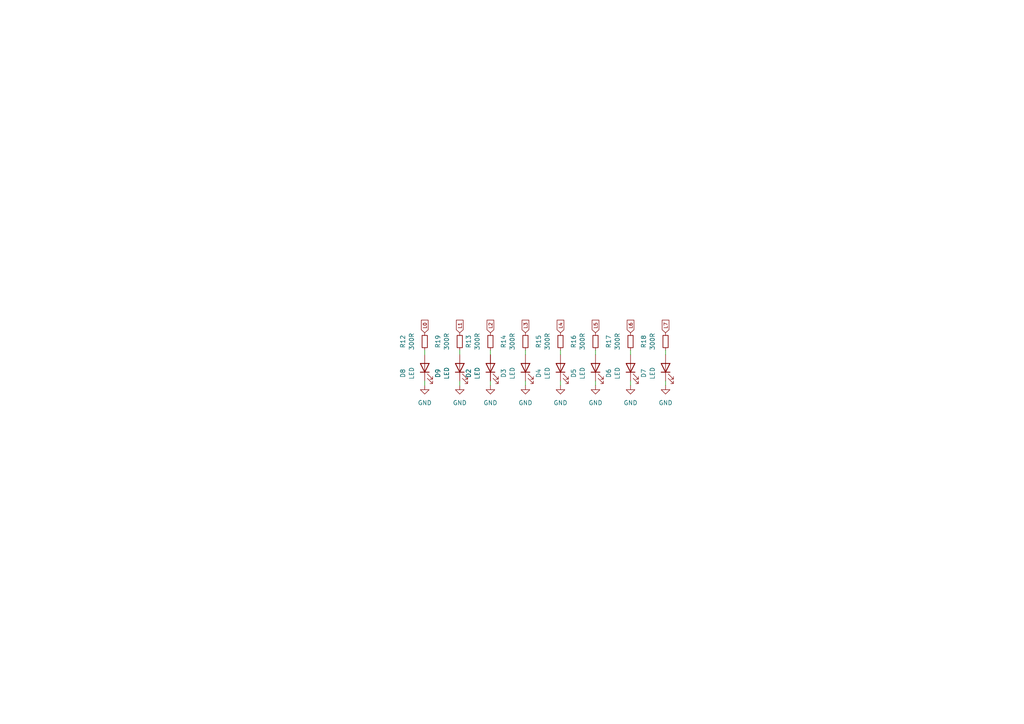
<source format=kicad_sch>
(kicad_sch (version 20211123) (generator eeschema)
  (paper "A4")
  (lib_symbols
    (symbol "Device:LED" (pin_numbers hide) (pin_names (offset 1.016) hide)
      (property "Reference" "D" (at 0 2.54 0))
      (property "Value" "LED" (at 0 -2.54 0))
      (symbol "LED_0_1"
        (polyline (pts (xy -1.27 -1.27) (xy -1.27 1.27)) (stroke (width 0.254)))
        (polyline (pts (xy -1.27 0) (xy 1.27 0)))
        (polyline (pts (xy 1.27 -1.27) (xy 1.27 1.27) (xy -1.27 0) (xy 1.27 -1.27)) (stroke (width 0.254)))
        (polyline (pts (xy -3.048 -0.762) (xy -4.572 -2.286) (xy -3.81 -2.286) (xy -4.572 -2.286) (xy -4.572 -1.524)))
        (polyline (pts (xy -1.778 -0.762) (xy -3.302 -2.286) (xy -2.54 -2.286) (xy -3.302 -2.286) (xy -3.302 -1.524)))
      )
      (symbol "LED_1_1"
        (pin passive line (at -3.81 0 0) (length 2.54) (name "K") (number "1"))
        (pin passive line (at 3.81 0 180) (length 2.54) (name "A") (number "2"))
      )
    )
    (symbol "Device:R_Small" (pin_numbers hide) (pin_names (offset 0.254) hide)
      (property "Reference" "R" (at 0.762 0.508 0))
      (property "Value" "R_Small" (at 0.762 -1.016 0))
      (symbol "R_Small_0_1"
        (rectangle (start -0.762 1.778) (end 0.762 -1.778) (stroke (width 0.2032)))
      )
      (symbol "R_Small_1_1"
        (pin passive line (at 0 2.54 270) (length 0.762) (name "~") (number "1"))
        (pin passive line (at 0 -2.54 90) (length 0.762) (name "~") (number "2"))
      )
    )
    (symbol "power:GND" (power) (pin_names (offset 0))
      (property "Value" "GND" (at 0 -3.81 0))
      (symbol "GND_0_1"
        (polyline (pts (xy 0 0) (xy 0 -1.27) (xy 1.27 -1.27) (xy 0 -2.54) (xy -1.27 -1.27) (xy 0 -1.27)))
      )
      (symbol "GND_1_1"
        (pin power_in line (at 0 0 270) (length 0) hide (name "GND") (number "1"))
      )
    )
  )
  (wire (pts (xy 162.56 110.49) (xy 162.56 111.76)))
  (wire (pts (xy 133.35 102.87) (xy 133.35 101.6)))
  (wire (pts (xy 193.04 110.49) (xy 193.04 111.76)))
  (wire (pts (xy 123.19 110.49) (xy 123.19 111.76)))
  (wire (pts (xy 172.72 102.87) (xy 172.72 101.6)))
  (wire (pts (xy 123.19 102.87) (xy 123.19 101.6)))
  (wire (pts (xy 152.4 102.87) (xy 152.4 101.6)))
  (wire (pts (xy 193.04 102.87) (xy 193.04 101.6)))
  (wire (pts (xy 162.56 102.87) (xy 162.56 101.6)))
  (wire (pts (xy 152.4 110.49) (xy 152.4 111.76)))
  (wire (pts (xy 182.88 110.49) (xy 182.88 111.76)))
  (wire (pts (xy 133.35 110.49) (xy 133.35 111.76)))
  (wire (pts (xy 142.24 102.87) (xy 142.24 101.6)))
  (wire (pts (xy 182.88 102.87) (xy 182.88 101.6)))
  (wire (pts (xy 142.24 110.49) (xy 142.24 111.76)))
  (wire (pts (xy 172.72 110.49) (xy 172.72 111.76)))
  (global_label "L0" (shape input) (at 123.19 96.52 90) (effects (font (size 1 1))) (property "Intersheet References" "${INTERSHEET_REFS}" (effects hide)))
  (global_label "L6" (shape input) (at 182.88 96.52 90) (effects (font (size 1 1))) (property "Intersheet References" "${INTERSHEET_REFS}" (effects hide)))
  (global_label "L5" (shape input) (at 172.72 96.52 90) (effects (font (size 1 1))) (property "Intersheet References" "${INTERSHEET_REFS}" (effects hide)))
  (global_label "L1" (shape input) (at 133.35 96.52 90) (effects (font (size 1 1))) (property "Intersheet References" "${INTERSHEET_REFS}" (effects hide)))
  (global_label "L2" (shape input) (at 142.24 96.52 90) (effects (font (size 1 1))) (property "Intersheet References" "${INTERSHEET_REFS}" (effects hide)))
  (global_label "L7" (shape input) (at 193.04 96.52 90) (effects (font (size 1 1))) (property "Intersheet References" "${INTERSHEET_REFS}" (effects hide)))
  (global_label "L3" (shape input) (at 152.4 96.52 90) (effects (font (size 1 1))) (property "Intersheet References" "${INTERSHEET_REFS}" (effects hide)))
  (global_label "L4" (shape input) (at 162.56 96.52 90) (effects (font (size 1 1))) (property "Intersheet References" "${INTERSHEET_REFS}" (effects hide)))
  (symbol (lib_id "power:GND") (at 162.56 111.76 0) (unit 1)
    (property "Reference" "#PWR0127" (effects hide))
    (property "Value" "GND" (at 162.56 116.84 0))
  )
  (symbol (lib_id "Device:R_Small") (at 123.19 99.06 180) (unit 1)
    (property "Reference" "R12" (at 116.84 99.06 90))
    (property "Value" "300R" (at 119.38 99.06 90))
    (property "Footprint" "Resistor_SMD:R_0603_1608Metric_Pad0.98x0.95mm_HandSolder" (effects hide))
  )
  (symbol (lib_id "Device:R_Small") (at 172.72 99.06 180) (unit 1)
    (property "Reference" "R16" (at 166.37 99.06 90))
    (property "Value" "300R" (at 168.91 99.06 90))
    (property "Footprint" "Resistor_SMD:R_0603_1608Metric_Pad0.98x0.95mm_HandSolder" (effects hide))
  )
  (symbol (lib_id "Device:LED") (at 172.72 106.68 90) (unit 1)
    (property "Reference" "D5" (at 166.37 108.2675 0))
    (property "Value" "LED" (at 168.91 108.2675 0))
    (property "Footprint" "LED_SMD:LED_0603_1608Metric_Pad1.05x0.95mm_HandSolder" (effects hide))
  )
  (symbol (lib_id "Device:LED") (at 133.35 106.68 90) (unit 1)
    (property "Reference" "D9" (at 127 108.2675 0))
    (property "Value" "LED" (at 129.54 108.2675 0))
    (property "Footprint" "LED_SMD:LED_0603_1608Metric_Pad1.05x0.95mm_HandSolder" (effects hide))
  )
  (symbol (lib_id "Device:R_Small") (at 152.4 99.06 180) (unit 1)
    (property "Reference" "R14" (at 146.05 99.06 90))
    (property "Value" "300R" (at 148.59 99.06 90))
    (property "Footprint" "Resistor_SMD:R_0603_1608Metric_Pad0.98x0.95mm_HandSolder" (effects hide))
  )
  (symbol (lib_id "Device:LED") (at 152.4 106.68 90) (unit 1)
    (property "Reference" "D3" (at 146.05 108.2675 0))
    (property "Value" "LED" (at 148.59 108.2675 0))
    (property "Footprint" "LED_SMD:LED_0603_1608Metric_Pad1.05x0.95mm_HandSolder" (effects hide))
  )
  (symbol (lib_id "Device:LED") (at 123.19 106.68 90) (unit 1)
    (property "Reference" "D8" (at 116.84 108.2675 0))
    (property "Value" "LED" (at 119.38 108.2675 0))
    (property "Footprint" "LED_SMD:LED_0603_1608Metric_Pad1.05x0.95mm_HandSolder" (effects hide))
  )
  (symbol (lib_id "Device:R_Small") (at 182.88 99.06 180) (unit 1)
    (property "Reference" "R17" (at 176.53 99.06 90))
    (property "Value" "300R" (at 179.07 99.06 90))
    (property "Footprint" "Resistor_SMD:R_0603_1608Metric_Pad0.98x0.95mm_HandSolder" (effects hide))
  )
  (symbol (lib_id "Device:R_Small") (at 193.04 99.06 180) (unit 1)
    (property "Reference" "R18" (at 186.69 99.06 90))
    (property "Value" "300R" (at 189.23 99.06 90))
    (property "Footprint" "Resistor_SMD:R_0603_1608Metric_Pad0.98x0.95mm_HandSolder" (effects hide))
  )
  (symbol (lib_id "power:GND") (at 172.72 111.76 0) (unit 1)
    (property "Reference" "#PWR0136" (effects hide))
    (property "Value" "GND" (at 172.72 116.84 0))
  )
  (symbol (lib_id "power:GND") (at 182.88 111.76 0) (unit 1)
    (property "Reference" "#PWR0137" (effects hide))
    (property "Value" "GND" (at 182.88 116.84 0))
  )
  (symbol (lib_id "Device:R_Small") (at 133.35 99.06 180) (unit 1)
    (property "Reference" "R19" (at 127 99.06 90))
    (property "Value" "300R" (at 129.54 99.06 90))
    (property "Footprint" "Resistor_SMD:R_0603_1608Metric_Pad0.98x0.95mm_HandSolder" (effects hide))
  )
  (symbol (lib_id "Device:LED") (at 193.04 106.68 90) (unit 1)
    (property "Reference" "D7" (at 186.69 108.2675 0))
    (property "Value" "LED" (at 189.23 108.2675 0))
    (property "Footprint" "LED_SMD:LED_0603_1608Metric_Pad1.05x0.95mm_HandSolder" (effects hide))
  )
  (symbol (lib_id "power:GND") (at 152.4 111.76 0) (unit 1)
    (property "Reference" "#PWR0128" (effects hide))
    (property "Value" "GND" (at 152.4 116.84 0))
  )
  (symbol (lib_id "Device:R_Small") (at 142.24 99.06 180) (unit 1)
    (property "Reference" "R13" (at 135.89 99.06 90))
    (property "Value" "300R" (at 138.43 99.06 90))
    (property "Footprint" "Resistor_SMD:R_0603_1608Metric_Pad0.98x0.95mm_HandSolder" (effects hide))
  )
  (symbol (lib_id "power:GND") (at 123.19 111.76 0) (unit 1)
    (property "Reference" "#PWR01" (effects hide))
    (property "Value" "GND" (at 123.19 116.84 0))
  )
  (symbol (lib_id "power:GND") (at 142.24 111.76 0) (unit 1)
    (property "Reference" "#PWR0135" (effects hide))
    (property "Value" "GND" (at 142.24 116.84 0))
  )
  (symbol (lib_id "Device:R_Small") (at 162.56 99.06 180) (unit 1)
    (property "Reference" "R15" (at 156.21 99.06 90))
    (property "Value" "300R" (at 158.75 99.06 90))
    (property "Footprint" "Resistor_SMD:R_0603_1608Metric_Pad0.98x0.95mm_HandSolder" (effects hide))
  )
  (symbol (lib_id "Device:LED") (at 142.24 106.68 90) (unit 1)
    (property "Reference" "D2" (at 135.89 108.2675 0))
    (property "Value" "LED" (at 138.43 108.2675 0))
    (property "Footprint" "LED_SMD:LED_0603_1608Metric_Pad1.05x0.95mm_HandSolder" (effects hide))
  )
  (symbol (lib_id "power:GND") (at 133.35 111.76 0) (unit 1)
    (property "Reference" "#PWR02" (effects hide))
    (property "Value" "GND" (at 133.35 116.84 0))
  )
  (symbol (lib_id "Device:LED") (at 162.56 106.68 90) (unit 1)
    (property "Reference" "D4" (at 156.21 108.2675 0))
    (property "Value" "LED" (at 158.75 108.2675 0))
    (property "Footprint" "LED_SMD:LED_0603_1608Metric_Pad1.05x0.95mm_HandSolder" (effects hide))
  )
  (symbol (lib_id "Device:LED") (at 182.88 106.68 90) (unit 1)
    (property "Reference" "D6" (at 176.53 108.2675 0))
    (property "Value" "LED" (at 179.07 108.2675 0))
    (property "Footprint" "LED_SMD:LED_0603_1608Metric_Pad1.05x0.95mm_HandSolder" (effects hide))
  )
  (symbol (lib_id "power:GND") (at 193.04 111.76 0) (unit 1)
    (property "Reference" "#PWR0126" (effects hide))
    (property "Value" "GND" (at 193.04 116.84 0))
  )
)
</source>
